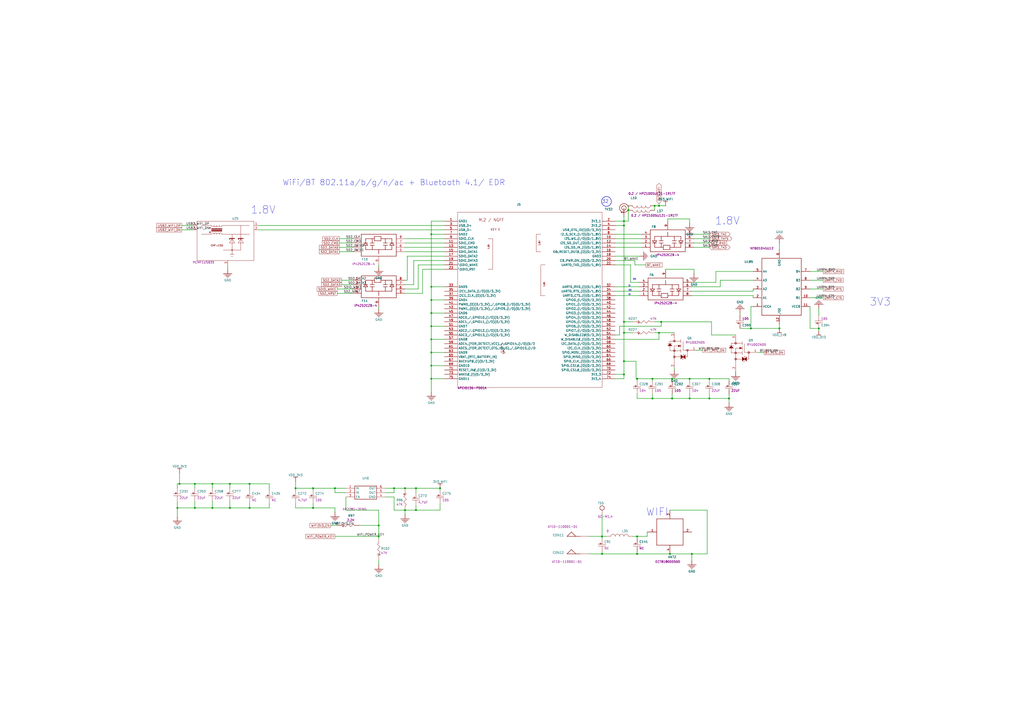
<source format=kicad_sch>
(kicad_sch (version 20241004) (generator "eeschema") (generator_version "8.99")
  (paper "A2")
  (title_block (title "Librem 5 Mainboard") (date "2024-03-21") (rev "v1.0.6.1") (company "Purism SPC") (comment 1 "GNU GPLv3+") (comment 2 "Copyright"))
  (circle (center 351.79 116.84) (radius 2.845) (stroke (width 0.254)))
  (text "DO" (at 364.49 168.91 0) (effects (font (size 0.889 0.889)) (justify left bottom)))
  (text "1.8V" (at 160.02 124.46 0) (effects (font (size 4.445 4.445)) (justify right bottom)))
  (text "3V3" (at 516.89 177.8 0) (effects (font (size 4.445 4.445)) (justify right bottom)))
  (text "1.8V" (at 429.26 130.81 0) (effects (font (size 4.445 4.445)) (justify right bottom)))
  (text "WIFI" (at 374.65 299.72 0) (effects (font (size 4.445 4.445)) (justify left bottom)))
  (text "WiFi/BT 802.11a/b/g/n/ac + Bluetooth 4.1/ EDR" (at 163.83 107.95 0) (effects (font (size 3.302 3.302)) (justify left bottom)))
  (text "DO" (at 367.03 162.56 0) (effects (font (size 0.889 0.889)) (justify left bottom)))
  (text "DI" (at 364.49 171.45 0) (effects (font (size 0.889 0.889)) (justify left bottom)))
  (text "32" (at 349.25 118.11 0) (effects (font (size 1.905 1.905)) (justify left bottom)))
  (text "DI" (at 364.49 166.37 0) (effects (font (size 0.889 0.889)) (justify left bottom)))
  (junction (at 349.25 311.15))
  (junction (at 255.27 283.21))
  (junction (at 250.19 173.99))
  (junction (at 400.05 219.71))
  (junction (at 241.3 283.21))
  (junction (at 250.19 204.47))
  (junction (at 144.78 280.67))
  (junction (at 123.19 294.64))
  (junction (at 361.95 130.81))
  (junction (at 181.61 283.21))
  (junction (at 435.61 190.5))
  (junction (at 369.57 321.31))
  (junction (at 219.71 304.8))
  (junction (at 378.46 231.14))
  (junction (at 389.89 231.14))
  (junction (at 171.45 283.21))
  (junction (at 349.25 321.31))
  (junction (at 123.19 280.67))
  (junction (at 364.49 121.92))
  (junction (at 250.19 181.61))
  (junction (at 474.98 190.5))
  (junction (at 250.19 166.37))
  (junction (at 250.19 219.71))
  (junction (at 113.03 294.64))
  (junction (at 250.19 135.89))
  (junction (at 383.54 186.69))
  (junction (at 241.3 295.91))
  (junction (at 250.19 196.85))
  (junction (at 369.57 219.71))
  (junction (at 234.95 283.21))
  (junction (at 144.78 294.64))
  (junction (at 361.95 209.55))
  (junction (at 250.19 212.09))
  (junction (at 234.95 295.91))
  (junction (at 422.91 231.14))
  (junction (at 133.35 294.64))
  (junction (at 113.03 280.67))
  (junction (at 361.95 217.17))
  (junction (at 400.05 231.14))
  (junction (at 133.35 280.67))
  (junction (at 379.73 119.38))
  (junction (at 219.71 311.15))
  (junction (at 369.57 311.15))
  (junction (at 181.61 294.64))
  (junction (at 388.62 321.31))
  (junction (at 228.6 283.21))
  (junction (at 382.27 193.04))
  (junction (at 194.31 283.21))
  (junction (at 411.48 231.14))
  (junction (at 361.95 193.04))
  (junction (at 382.27 119.38))
  (junction (at 452.12 190.5))
  (junction (at 411.48 219.71))
  (junction (at 378.46 219.71))
  (junction (at 361.95 186.69))
  (junction (at 361.95 128.27))
  (junction (at 401.32 321.31))
  (junction (at 102.87 294.64))
  (junction (at 104.14 280.67))
  (junction (at 389.89 219.71))
  (junction (at 250.19 189.23))
  (wire (pts (xy 194.31 285.75) (xy 194.31 283.21)) (stroke (width 0.254)))
  (wire (pts (xy 255.27 295.91) (xy 241.3 295.91)) (stroke (width 0.254)))
  (wire (pts (xy 387.35 128.27) (xy 387.35 127)) (stroke (width 0.254)))
  (wire (pts (xy 369.57 220.98) (xy 369.57 219.71)) (stroke (width 0.254)))
  (wire (pts (xy 386.08 156.21) (xy 402.59 156.21)) (stroke (width 0.254)))
  (wire (pts (xy 204.47 165.1) (xy 198.12 165.1)) (stroke (width 0.254)))
  (wire (pts (xy 250.19 196.85) (xy 257.81 196.85)) (stroke (width 0.254)))
  (wire (pts (xy 410.21 321.31) (xy 401.32 321.31)) (stroke (width 0.254)))
  (wire (pts (xy 257.81 130.81) (xy 149.86 130.81)) (stroke (width 0.254)))
  (wire (pts (xy 389.89 220.98) (xy 389.89 219.71)) (stroke (width 0.254)))
  (wire (pts (xy 469.9 157.48) (xy 477.52 157.48)) (stroke (width 0.254)))
  (wire (pts (xy 375.412 311.15) (xy 375.412 308.61)) (stroke (width 0.254)))
  (wire (pts (xy 219.71 295.91) (xy 219.71 304.8)) (stroke (width 0.254)))
  (wire (pts (xy 245.11 170.18) (xy 234.95 170.18)) (stroke (width 0.254)))
  (wire (pts (xy 200.66 285.75) (xy 194.31 285.75)) (stroke (width 0.254)))
  (wire (pts (xy 234.95 138.43) (xy 257.81 138.43)) (stroke (width 0.254)))
  (wire (pts (xy 361.95 193.04) (xy 361.95 209.55)) (stroke (width 0.254)))
  (wire (pts (xy 133.35 290.83) (xy 133.35 294.64)) (stroke (width 0.254)))
  (wire (pts (xy 171.45 292.1) (xy 171.45 294.64)) (stroke (width 0.254)))
  (wire (pts (xy 415.29 157.48) (xy 436.88 157.48)) (stroke (width 0.254)))
  (wire (pts (xy 364.49 121.92) (xy 364.49 128.27)) (stroke (width 0.254)))
  (wire (pts (xy 204.47 170.18) (xy 195.58 170.18)) (stroke (width 0.254)))
  (wire (pts (xy 356.87 153.67) (xy 365.76 153.67)) (stroke (width 0.254)))
  (wire (pts (xy 361.95 130.81) (xy 361.95 186.69)) (stroke (width 0.254)))
  (wire (pts (xy 378.46 219.71) (xy 389.89 219.71)) (stroke (width 0.254)))
  (wire (pts (xy 171.45 284.48) (xy 171.45 283.21)) (stroke (width 0.254)))
  (wire (pts (xy 255.27 292.1) (xy 255.27 295.91)) (stroke (width 0.254)))
  (wire (pts (xy 113.03 280.67) (xy 123.19 280.67)) (stroke (width 0.254)))
  (wire (pts (xy 422.91 231.14) (xy 422.91 228.6)) (stroke (width 0.254)))
  (wire (pts (xy 436.88 171.45) (xy 436.88 172.72)) (stroke (width 0.254)))
  (wire (pts (xy 364.49 119.38) (xy 364.49 121.92)) (stroke (width 0.254)))
  (wire (pts (xy 102.87 280.67) (xy 102.87 283.21)) (stroke (width 0.254)))
  (wire (pts (xy 250.19 212.09) (xy 250.19 204.47)) (stroke (width 0.254)))
  (wire (pts (xy 379.73 119.38) (xy 382.27 119.38)) (stroke (width 0.254)))
  (wire (pts (xy 389.89 228.6) (xy 389.89 231.14)) (stroke (width 0.254)))
  (wire (pts (xy 144.78 294.64) (xy 156.21 294.64)) (stroke (width 0.254)))
  (wire (pts (xy 469.9 172.72) (xy 477.52 172.72)) (stroke (width 0.254)))
  (wire (pts (xy 361.95 219.71) (xy 361.95 217.17)) (stroke (width 0.254)))
  (wire (pts (xy 415.29 163.83) (xy 415.29 157.48)) (stroke (width 0.254)))
  (wire (pts (xy 219.71 304.8) (xy 208.28 304.8)) (stroke (width 0.254)))
  (wire (pts (xy 257.81 153.67) (xy 242.57 153.67)) (stroke (width 0.254)))
  (wire (pts (xy 379.73 193.04) (xy 382.27 193.04)) (stroke (width 0.254)))
  (wire (pts (xy 391.16 213.36) (xy 391.16 214.63)) (stroke (width 0.254)))
  (wire (pts (xy 356.87 171.45) (xy 370.84 171.45)) (stroke (width 0.254)))
  (wire (pts (xy 356.87 217.17) (xy 361.95 217.17)) (stroke (width 0.254)))
  (wire (pts (xy 401.32 321.31) (xy 401.32 325.12)) (stroke (width 0.254)))
  (wire (pts (xy 250.19 189.23) (xy 250.19 181.61)) (stroke (width 0.254)))
  (wire (pts (xy 250.19 166.37) (xy 257.81 166.37)) (stroke (width 0.254)))
  (wire (pts (xy 367.03 193.04) (xy 361.95 193.04)) (stroke (width 0.254)))
  (wire (pts (xy 382.27 119.38) (xy 386.08 119.38)) (stroke (width 0.254)))
  (wire (pts (xy 474.98 190.5) (xy 474.98 191.77)) (stroke (width 0.254)))
  (wire (pts (xy 369.57 321.31) (xy 388.62 321.31)) (stroke (width 0.254)))
  (wire (pts (xy 400.05 228.6) (xy 400.05 231.14)) (stroke (width 0.254)))
  (wire (pts (xy 144.78 292.1) (xy 144.78 294.64)) (stroke (width 0.254)))
  (wire (pts (xy 250.19 219.71) (xy 250.19 212.09)) (stroke (width 0.254)))
  (wire (pts (xy 257.81 151.13) (xy 240.03 151.13)) (stroke (width 0.254)))
  (wire (pts (xy 234.95 295.91) (xy 234.95 298.45)) (stroke (width 0.254)))
  (wire (pts (xy 372.11 138.43) (xy 356.87 138.43)) (stroke (width 0.254)))
  (wire (pts (xy 341.63 321.31) (xy 349.25 321.31)) (stroke (width 0.254)))
  (wire (pts (xy 181.61 292.1) (xy 181.61 294.64)) (stroke (width 0.254)))
  (wire (pts (xy 369.57 320.04) (xy 369.57 321.31)) (stroke (width 0.254)))
  (wire (pts (xy 113.03 294.64) (xy 123.19 294.64)) (stroke (width 0.254)))
  (wire (pts (xy 435.61 190.5) (xy 429.26 190.5)) (stroke (width 0.254)))
  (wire (pts (xy 356.87 148.59) (xy 370.84 148.59)) (stroke (width 0.254)))
  (wire (pts (xy 387.35 127) (xy 400.05 127)) (stroke (width 0.254)))
  (wire (pts (xy 359.41 189.23) (xy 383.54 189.23)) (stroke (width 0.254)))
  (wire (pts (xy 349.25 321.31) (xy 369.57 321.31)) (stroke (width 0.254)))
  (wire (pts (xy 133.35 294.64) (xy 144.78 294.64)) (stroke (width 0.254)))
  (wire (pts (xy 402.59 138.43) (xy 411.48 138.43)) (stroke (width 0.254)))
  (wire (pts (xy 200.66 295.91) (xy 219.71 295.91)) (stroke (width 0.254)))
  (wire (pts (xy 113.03 294.64) (xy 113.03 290.83)) (stroke (width 0.254)))
  (wire (pts (xy 257.81 133.35) (xy 149.86 133.35)) (stroke (width 0.254)))
  (wire (pts (xy 156.21 280.67) (xy 144.78 280.67)) (stroke (width 0.254)))
  (wire (pts (xy 379.73 186.69) (xy 383.54 186.69)) (stroke (width 0.254)))
  (wire (pts (xy 412.75 186.69) (xy 412.75 194.31)) (stroke (width 0.254)))
  (wire (pts (xy 401.32 168.91) (xy 436.88 168.91)) (stroke (width 0.254)))
  (wire (pts (xy 361.95 125.73) (xy 361.95 128.27)) (stroke (width 0.254)))
  (wire (pts (xy 123.19 283.21) (xy 123.19 280.67)) (stroke (width 0.254)))
  (wire (pts (xy 351.79 311.15) (xy 349.25 311.15)) (stroke (width 0.254)))
  (wire (pts (xy 228.6 283.21) (xy 234.95 283.21)) (stroke (width 0.254)))
  (wire (pts (xy 388.62 295.91) (xy 410.21 295.91)) (stroke (width 0.254)))
  (wire (pts (xy 223.52 288.29) (xy 228.6 288.29)) (stroke (width 0.254)))
  (wire (pts (xy 111.76 130.81) (xy 105.41 130.81)) (stroke (width 0.254)))
  (wire (pts (xy 171.45 283.21) (xy 171.45 279.4)) (stroke (width 0.254)))
  (wire (pts (xy 474.98 182.88) (xy 474.98 179.07)) (stroke (width 0.254)))
  (wire (pts (xy 436.88 177.8) (xy 435.61 177.8)) (stroke (width 0.254)))
  (wire (pts (xy 401.32 166.37) (xy 417.83 166.37)) (stroke (width 0.254)))
  (wire (pts (xy 411.48 219.71) (xy 422.91 219.71)) (stroke (width 0.254)))
  (wire (pts (xy 356.87 128.27) (xy 361.95 128.27)) (stroke (width 0.254)))
  (wire (pts (xy 383.54 186.69) (xy 412.75 186.69)) (stroke (width 0.254)))
  (wire (pts (xy 356.87 151.13) (xy 368.3 151.13)) (stroke (width 0.254)))
  (wire (pts (xy 223.52 283.21) (xy 228.6 283.21)) (stroke (width 0.254)))
  (wire (pts (xy 204.47 146.05) (xy 196.85 146.05)) (stroke (width 0.254)))
  (wire (pts (xy 417.83 166.37) (xy 417.83 162.56)) (stroke (width 0.254)))
  (wire (pts (xy 228.6 285.75) (xy 228.6 283.21)) (stroke (width 0.254)))
  (wire (pts (xy 241.3 295.91) (xy 234.95 295.91)) (stroke (width 0.254)))
  (wire (pts (xy 245.11 156.21) (xy 245.11 170.18)) (stroke (width 0.254)))
  (wire (pts (xy 241.3 293.37) (xy 241.3 295.91)) (stroke (width 0.254)))
  (wire (pts (xy 219.71 177.8) (xy 219.71 179.07)) (stroke (width 0.254)))
  (wire (pts (xy 133.35 280.67) (xy 144.78 280.67)) (stroke (width 0.254)))
  (wire (pts (xy 356.87 196.85) (xy 382.27 196.85)) (stroke (width 0.254)))
  (wire (pts (xy 194.31 294.64) (xy 194.31 297.18)) (stroke (width 0.254)))
  (wire (pts (xy 194.31 283.21) (xy 181.61 283.21)) (stroke (width 0.254)))
  (wire (pts (xy 204.47 167.64) (xy 195.58 167.64)) (stroke (width 0.254)))
  (wire (pts (xy 102.87 294.64) (xy 102.87 299.72)) (stroke (width 0.254)))
  (wire (pts (xy 372.11 143.51) (xy 356.87 143.51)) (stroke (width 0.254)))
  (wire (pts (xy 402.59 156.21) (xy 402.59 158.75)) (stroke (width 0.254)))
  (wire (pts (xy 375.412 308.61) (xy 375.92 308.61)) (stroke (width 0.254)))
  (wire (pts (xy 204.47 162.56) (xy 198.12 162.56)) (stroke (width 0.254)))
  (wire (pts (xy 257.81 156.21) (xy 245.11 156.21)) (stroke (width 0.254)))
  (wire (pts (xy 195.58 304.8) (xy 191.77 304.8)) (stroke (width 0.254)))
  (wire (pts (xy 452.12 144.78) (xy 452.12 140.97)) (stroke (width 0.254)))
  (wire (pts (xy 403.86 203.2) (xy 407.67 203.2)) (stroke (width 0.254)))
  (wire (pts (xy 356.87 194.31) (xy 359.41 194.31)) (stroke (width 0.254)))
  (wire (pts (xy 452.12 187.96) (xy 452.12 190.5)) (stroke (width 0.254)))
  (wire (pts (xy 411.48 220.98) (xy 411.48 219.71)) (stroke (width 0.254)))
  (wire (pts (xy 429.26 182.88) (xy 429.26 181.61)) (stroke (width 0.254)))
  (wire (pts (xy 228.6 295.91) (xy 234.95 295.91)) (stroke (width 0.254)))
  (wire (pts (xy 242.57 153.67) (xy 242.57 167.64)) (stroke (width 0.254)))
  (wire (pts (xy 372.11 140.97) (xy 356.87 140.97)) (stroke (width 0.254)))
  (wire (pts (xy 219.71 311.15) (xy 194.31 311.15)) (stroke (width 0.254)))
  (wire (pts (xy 250.19 196.85) (xy 250.19 189.23)) (stroke (width 0.254)))
  (wire (pts (xy 241.3 285.75) (xy 241.3 283.21)) (stroke (width 0.254)))
  (wire (pts (xy 234.95 140.97) (xy 257.81 140.97)) (stroke (width 0.254)))
  (wire (pts (xy 382.27 118.11) (xy 382.27 119.38)) (stroke (width 0.254)))
  (wire (pts (xy 389.89 219.71) (xy 400.05 219.71)) (stroke (width 0.254)))
  (wire (pts (xy 181.61 294.64) (xy 194.31 294.64)) (stroke (width 0.254)))
  (wire (pts (xy 412.75 194.31) (xy 426.72 194.31)) (stroke (width 0.254)))
  (wire (pts (xy 383.54 189.23) (xy 383.54 186.69)) (stroke (width 0.254)))
  (wire (pts (xy 382.27 193.04) (xy 391.16 193.04)) (stroke (width 0.254)))
  (wire (pts (xy 228.6 288.29) (xy 228.6 295.91)) (stroke (width 0.254)))
  (wire (pts (xy 250.19 212.09) (xy 257.81 212.09)) (stroke (width 0.254)))
  (wire (pts (xy 388.62 321.31) (xy 401.32 321.31)) (stroke (width 0.254)))
  (wire (pts (xy 250.19 135.89) (xy 257.81 135.89)) (stroke (width 0.254)))
  (wire (pts (xy 378.46 231.14) (xy 389.89 231.14)) (stroke (width 0.254)))
  (wire (pts (xy 422.91 219.71) (xy 422.91 220.98)) (stroke (width 0.254)))
  (wire (pts (xy 133.35 283.21) (xy 133.35 280.67)) (stroke (width 0.254)))
  (wire (pts (xy 402.59 140.97) (xy 411.48 140.97)) (stroke (width 0.254)))
  (wire (pts (xy 156.21 294.64) (xy 156.21 292.1)) (stroke (width 0.254)))
  (wire (pts (xy 369.57 311.15) (xy 375.412 311.15)) (stroke (width 0.254)))
  (wire (pts (xy 356.87 219.71) (xy 361.95 219.71)) (stroke (width 0.254)))
  (wire (pts (xy 356.87 166.37) (xy 370.84 166.37)) (stroke (width 0.254)))
  (wire (pts (xy 204.47 140.97) (xy 196.85 140.97)) (stroke (width 0.254)))
  (wire (pts (xy 250.19 135.89) (xy 250.19 128.27)) (stroke (width 0.254)))
  (wire (pts (xy 400.05 127) (xy 400.05 129.54)) (stroke (width 0.254)))
  (wire (pts (xy 234.95 146.05) (xy 257.81 146.05)) (stroke (width 0.254)))
  (wire (pts (xy 132.08 153.67) (xy 132.08 156.21)) (stroke (width 0.254)))
  (wire (pts (xy 411.48 231.14) (xy 422.91 231.14)) (stroke (width 0.254)))
  (wire (pts (xy 349.25 311.15) (xy 341.63 311.15)) (stroke (width 0.254)))
  (wire (pts (xy 435.61 177.8) (xy 435.61 190.5)) (stroke (width 0.254)))
  (wire (pts (xy 361.95 128.27) (xy 364.49 128.27)) (stroke (width 0.254)))
  (wire (pts (xy 469.9 190.5) (xy 474.98 190.5)) (stroke (width 0.254)))
  (wire (pts (xy 367.03 186.69) (xy 361.95 186.69)) (stroke (width 0.254)))
  (wire (pts (xy 469.9 167.64) (xy 477.52 167.64)) (stroke (width 0.254)))
  (wire (pts (xy 104.14 274.32) (xy 104.14 280.67)) (stroke (width 0.254)))
  (wire (pts (xy 204.47 143.51) (xy 196.85 143.51)) (stroke (width 0.254)))
  (wire (pts (xy 223.52 285.75) (xy 228.6 285.75)) (stroke (width 0.254)))
  (wire (pts (xy 200.66 288.29) (xy 200.66 295.91)) (stroke (width 0.254)))
  (wire (pts (xy 236.22 162.56) (xy 234.95 162.56)) (stroke (width 0.254)))
  (wire (pts (xy 250.19 189.23) (xy 257.81 189.23)) (stroke (width 0.254)))
  (wire (pts (xy 250.19 204.47) (xy 257.81 204.47)) (stroke (width 0.254)))
  (wire (pts (xy 144.78 280.67) (xy 144.78 284.48)) (stroke (width 0.254)))
  (wire (pts (xy 361.95 186.69) (xy 361.95 193.04)) (stroke (width 0.254)))
  (wire (pts (xy 410.21 295.91) (xy 410.21 321.31)) (stroke (width 0.254)))
  (wire (pts (xy 219.71 153.67) (xy 219.71 154.94)) (stroke (width 0.254)))
  (wire (pts (xy 356.87 168.91) (xy 370.84 168.91)) (stroke (width 0.254)))
  (wire (pts (xy 123.19 280.67) (xy 133.35 280.67)) (stroke (width 0.254)))
  (wire (pts (xy 200.66 283.21) (xy 194.31 283.21)) (stroke (width 0.254)))
  (wire (pts (xy 236.22 148.59) (xy 236.22 162.56)) (stroke (width 0.254)))
  (wire (pts (xy 379.73 121.92) (xy 379.73 119.38)) (stroke (width 0.254)))
  (wire (pts (xy 469.9 162.56) (xy 477.52 162.56)) (stroke (width 0.254)))
  (wire (pts (xy 219.71 312.42) (xy 219.71 311.15)) (stroke (width 0.254)))
  (wire (pts (xy 250.19 173.99) (xy 257.81 173.99)) (stroke (width 0.254)))
  (wire (pts (xy 204.47 138.43) (xy 196.85 138.43)) (stroke (width 0.254)))
  (wire (pts (xy 452.12 190.5) (xy 435.61 190.5)) (stroke (width 0.254)))
  (wire (pts (xy 123.19 294.64) (xy 133.35 294.64)) (stroke (width 0.254)))
  (wire (pts (xy 359.41 194.31) (xy 359.41 189.23)) (stroke (width 0.254)))
  (wire (pts (xy 361.95 217.17) (xy 361.95 209.55)) (stroke (width 0.254)))
  (wire (pts (xy 242.57 167.64) (xy 234.95 167.64)) (stroke (width 0.254)))
  (wire (pts (xy 349.25 312.42) (xy 349.25 311.15)) (stroke (width 0.254)))
  (wire (pts (xy 250.19 219.71) (xy 257.81 219.71)) (stroke (width 0.254)))
  (wire (pts (xy 365.76 163.83) (xy 370.84 163.83)) (stroke (width 0.254)))
  (wire (pts (xy 411.48 228.6) (xy 411.48 231.14)) (stroke (width 0.254)))
  (wire (pts (xy 369.57 228.6) (xy 369.57 231.14)) (stroke (width 0.254)))
  (wire (pts (xy 368.96 219.71) (xy 368.96 209.55)) (stroke (width 0.254)))
  (wire (pts (xy 250.19 204.47) (xy 250.19 196.85)) (stroke (width 0.254)))
  (wire (pts (xy 378.46 228.6) (xy 378.46 231.14)) (stroke (width 0.254)))
  (wire (pts (xy 102.87 290.83) (xy 102.87 294.64)) (stroke (width 0.254)))
  (wire (pts (xy 171.45 283.21) (xy 181.61 283.21)) (stroke (width 0.254)))
  (wire (pts (xy 250.19 128.27) (xy 257.81 128.27)) (stroke (width 0.254)))
  (wire (pts (xy 104.14 280.67) (xy 113.03 280.67)) (stroke (width 0.254)))
  (wire (pts (xy 250.19 227.33) (xy 250.19 219.71)) (stroke (width 0.254)))
  (wire (pts (xy 356.87 130.81) (xy 361.95 130.81)) (stroke (width 0.254)))
  (wire (pts (xy 255.27 284.48) (xy 255.27 283.21)) (stroke (width 0.254)))
  (wire (pts (xy 181.61 283.21) (xy 181.61 284.48)) (stroke (width 0.254)))
  (wire (pts (xy 368.96 209.55) (xy 361.95 209.55)) (stroke (width 0.254)))
  (wire (pts (xy 469.9 177.8) (xy 469.9 190.5)) (stroke (width 0.254)))
  (wire (pts (xy 426.72 214.63) (xy 426.72 215.9)) (stroke (width 0.254)))
  (wire (pts (xy 382.27 196.85) (xy 382.27 193.04)) (stroke (width 0.254)))
  (wire (pts (xy 365.76 153.67) (xy 365.76 163.83)) (stroke (width 0.254)))
  (wire (pts (xy 171.45 294.64) (xy 181.61 294.64)) (stroke (width 0.254)))
  (wire (pts (xy 257.81 148.59) (xy 236.22 148.59)) (stroke (width 0.254)))
  (wire (pts (xy 389.89 231.14) (xy 400.05 231.14)) (stroke (width 0.254)))
  (wire (pts (xy 349.25 298.45) (xy 349.25 311.15)) (stroke (width 0.254)))
  (wire (pts (xy 241.3 283.21) (xy 255.27 283.21)) (stroke (width 0.254)))
  (wire (pts (xy 361.95 130.81) (xy 361.95 128.27)) (stroke (width 0.254)))
  (wire (pts (xy 104.14 280.67) (xy 102.87 280.67)) (stroke (width 0.254)))
  (wire (pts (xy 240.03 165.1) (xy 234.95 165.1)) (stroke (width 0.254)))
  (wire (pts (xy 241.3 283.21) (xy 234.95 283.21)) (stroke (width 0.254)))
  (wire (pts (xy 240.03 151.13) (xy 240.03 165.1)) (stroke (width 0.254)))
  (wire (pts (xy 111.76 133.35) (xy 105.41 133.35)) (stroke (width 0.254)))
  (wire (pts (xy 250.19 181.61) (xy 250.19 173.99)) (stroke (width 0.254)))
  (wire (pts (xy 372.11 135.89) (xy 356.87 135.89)) (stroke (width 0.254)))
  (wire (pts (xy 401.32 163.83) (xy 415.29 163.83)) (stroke (width 0.254)))
  (wire (pts (xy 400.05 219.71) (xy 411.48 219.71)) (stroke (width 0.254)))
  (wire (pts (xy 417.83 162.56) (xy 436.88 162.56)) (stroke (width 0.254)))
  (wire (pts (xy 422.91 231.14) (xy 422.91 233.68)) (stroke (width 0.254)))
  (wire (pts (xy 369.57 219.71) (xy 368.96 219.71)) (stroke (width 0.254)))
  (wire (pts (xy 250.19 166.37) (xy 250.19 135.89)) (stroke (width 0.254)))
  (wire (pts (xy 234.95 143.51) (xy 257.81 143.51)) (stroke (width 0.254)))
  (wire (pts (xy 113.03 283.21) (xy 113.03 280.67)) (stroke (width 0.254)))
  (wire (pts (xy 219.71 325.12) (xy 219.71 327.66)) (stroke (width 0.254)))
  (wire (pts (xy 368.3 151.13) (xy 368.3 153.67)) (stroke (width 0.254)))
  (wire (pts (xy 156.21 284.48) (xy 156.21 280.67)) (stroke (width 0.254)))
  (wire (pts (xy 378.46 220.98) (xy 378.46 219.71)) (stroke (width 0.254)))
  (wire (pts (xy 369.57 231.14) (xy 378.46 231.14)) (stroke (width 0.254)))
  (wire (pts (xy 368.3 153.67) (xy 374.65 153.67)) (stroke (width 0.254)))
  (wire (pts (xy 400.05 220.98) (xy 400.05 219.71)) (stroke (width 0.254)))
  (wire (pts (xy 436.88 168.91) (xy 436.88 167.64)) (stroke (width 0.254)))
  (wire (pts (xy 402.59 143.51) (xy 411.48 143.51)) (stroke (width 0.254)))
  (wire (pts (xy 401.32 171.45) (xy 436.88 171.45)) (stroke (width 0.254)))
  (wire (pts (xy 349.25 320.04) (xy 349.25 321.31)) (stroke (width 0.254)))
  (wire (pts (xy 250.19 181.61) (xy 257.81 181.61)) (stroke (width 0.254)))
  (wire (pts (xy 367.03 311.15) (xy 369.57 311.15)) (stroke (width 0.254)))
  (wire (pts (xy 369.57 219.71) (xy 378.46 219.71)) (stroke (width 0.254)))
  (wire (pts (xy 123.19 290.83) (xy 123.19 294.64)) (stroke (width 0.254)))
  (wire (pts (xy 219.71 311.15) (xy 219.71 304.8)) (stroke (width 0.254)))
  (wire (pts (xy 402.59 135.89) (xy 411.48 135.89)) (stroke (width 0.254)))
  (wire (pts (xy 369.57 312.42) (xy 369.57 311.15)) (stroke (width 0.254)))
  (wire (pts (xy 102.87 294.64) (xy 113.03 294.64)) (stroke (width 0.254)))
  (wire (pts (xy 250.19 173.99) (xy 250.19 166.37)) (stroke (width 0.254)))
  (wire (pts (xy 439.42 204.47) (xy 443.23 204.47)) (stroke (width 0.254)))
  (wire (pts (xy 400.05 231.14) (xy 411.48 231.14)) (stroke (width 0.254)))
  (label "SD2_DATA1" (at 200.66 146.05 0))
  (label "WIFI_REG_ON" (at 405.13 203.2 0))
  (label "UART4_RTS" (at 473.71 167.64 0))
  (label "UART4_TXD" (at 473.71 162.56 0))
  (label "USB2_WIFI_DN" (at 107.95 133.35 0))
  (label "SDIO_WAKE" (at 199.39 167.64 0))
  (label "UART4_RXD" (at 473.71 157.48 0))
  (label "SD2_DATA2" (at 201.93 162.56 0))
  (label "UART4_CTS" (at 473.71 172.72 0))
  (label "SAI3_RXD" (at 407.67 140.97 0))
  (label "WIFI_POWER_KEY" (at 207.01 311.15 0))
  (label "BT_WAKE" (at 361.95 151.13 0))
  (label "SD2_DATA0" (at 200.66 143.51 0))
  (label "SAI3_TXFS" (at 407.67 138.43 0))
  (label "WIFI3V3_EN" (at 194.31 304.8 0))
  (label "SAI3_TXC" (at 407.67 135.89 0))
  (label "SAI3_TXD" (at 407.67 143.51 0))
  (label "SD2_CLK" (at 200.66 138.43 0))
  (label "USB2_WIFI_DP" (at 107.95 130.81 0))
  (label "BT_REG_ON" (at 440.69 204.47 0))
  (label "SD2_NRST" (at 199.39 170.18 0))
  (label "SD2_DATA3" (at 201.93 165.1 0))
  (label "SD2_CMD" (at 200.66 140.97 0))
  (global_label "SAI3_TXC" (shape bidirectional) (at 411.48 135.89 0) (property "Intersheetrefs" "${INTERSHEET_REFS}" (effects (hide yes))))
  (global_label "SD2_CLK" (shape passive) (at 196.85 138.43 180) (property "Intersheetrefs" "${INTERSHEET_REFS}" (effects (hide yes))))
  (global_label "BT_REG_ON" (shape passive) (at 443.23 204.47 0) (property "Intersheetrefs" "${INTERSHEET_REFS}" (effects (hide yes))))
  (global_label "WIFI3V3_EN" (shape passive) (at 191.77 304.8 180) (property "Intersheetrefs" "${INTERSHEET_REFS}" (effects (hide yes))))
  (global_label "SAI3_TXD" (shape bidirectional) (at 411.48 143.51 0) (property "Intersheetrefs" "${INTERSHEET_REFS}" (effects (hide yes))))
  (global_label "SAI3_RXD" (shape passive) (at 411.48 140.97 0) (property "Intersheetrefs" "${INTERSHEET_REFS}" (effects (hide yes))))
  (global_label "SD2_DATA1" (shape passive) (at 196.85 146.05 180) (property "Intersheetrefs" "${INTERSHEET_REFS}" (effects (hide yes))))
  (global_label "SAI3_TXFS" (shape bidirectional) (at 411.48 138.43 0) (property "Intersheetrefs" "${INTERSHEET_REFS}" (effects (hide yes))))
  (global_label "UART4_RTS" (shape passive) (at 477.52 167.64 0) (property "Intersheetrefs" "${INTERSHEET_REFS}" (effects (hide yes))))
  (global_label "UART4_TXD" (shape passive) (at 477.52 162.56 0) (property "Intersheetrefs" "${INTERSHEET_REFS}" (effects (hide yes))))
  (global_label "SD2_DATA2" (shape passive) (at 198.12 162.56 180) (property "Intersheetrefs" "${INTERSHEET_REFS}" (effects (hide yes))))
  (global_label "3V3_WIFI" (shape bidirectional) (at 382.27 118.11 90) (property "Intersheetrefs" "${INTERSHEET_REFS}" (effects (hide yes))))
  (global_label "WIFI_POWER_KEY" (shape passive) (at 194.31 311.15 180) (property "Intersheetrefs" "${INTERSHEET_REFS}" (effects (hide yes))))
  (global_label "UART4_RXD" (shape passive) (at 477.52 157.48 0) (property "Intersheetrefs" "${INTERSHEET_REFS}" (effects (hide yes))))
  (global_label "BT_WAKE" (shape passive) (at 374.65 153.67 0) (property "Intersheetrefs" "${INTERSHEET_REFS}" (effects (hide yes))))
  (global_label "USB2_WIFI_DP" (shape passive) (at 105.41 130.81 180) (property "Intersheetrefs" "${INTERSHEET_REFS}" (effects (hide yes))))
  (global_label "SDIO_WAKE" (shape passive) (at 195.58 167.64 180) (property "Intersheetrefs" "${INTERSHEET_REFS}" (effects (hide yes))))
  (global_label "SD2_NRST" (shape passive) (at 195.58 170.18 180) (property "Intersheetrefs" "${INTERSHEET_REFS}" (effects (hide yes))))
  (global_label "UART4_CTS" (shape passive) (at 477.52 172.72 0) (property "Intersheetrefs" "${INTERSHEET_REFS}" (effects (hide yes))))
  (global_label "USB2_WIFI_DN" (shape passive) (at 105.41 133.35 180) (property "Intersheetrefs" "${INTERSHEET_REFS}" (effects (hide yes))))
  (global_label "SD2_DATA0" (shape passive) (at 196.85 143.51 180) (property "Intersheetrefs" "${INTERSHEET_REFS}" (effects (hide yes))))
  (global_label "WIFI_REG_ON" (shape passive) (at 407.67 203.2 0) (property "Intersheetrefs" "${INTERSHEET_REFS}" (effects (hide yes))))
  (global_label "SD2_CMD" (shape passive) (at 196.85 140.97 180) (property "Intersheetrefs" "${INTERSHEET_REFS}" (effects (hide yes))))
  (global_label "SD2_DATA3" (shape passive) (at 198.12 165.1 180) (property "Intersheetrefs" "${INTERSHEET_REFS}" (effects (hide yes))))
  (symbol (lib_id "C-16_WIFI_BT:root_0_C0402") (at 142.24 289.56 0) (unit 1)
    (property "Reference" "C434" (at 146.05 287.02 0) (effects (justify left bottom)))
    (property "Value" "C0402" (effects (hide yes)))
    (property "Footprint" "CAP-0402" (effects (hide yes)))
    (property "PCB DECAL" "CAP-0402" (effects (hide yes)))
    (property "DESCRIPTION" "CAP CER 10uF 6V3 20% X5R 0402" (effects (hide yes)))
    (property "VOLTAGE" "6.3V" (effects (hide yes)))
    (property "VALUE" "NC" (at 146.05 290.83 0) (effects (justify left bottom)))
    (property "GEOMETRY.HEIGHT" "0.5MM" (effects (hide yes)))
    (property "PCB FOOTPRINT" "402" (effects (hide yes)))
  )
  (symbol (lib_id "C-16_WIFI_BT:GND") (at 219.71 179.07 0) (unit 1)
    (property "Reference" "#PWR?" (effects (hide yes)))
    (property "Value" "GND" (at 219.71 185.42 0))
  )
  (symbol (lib_id "C-16_WIFI_BT:root_0_ANT_CON1") (at 328.93 311.15 0) (unit 1)
    (property "Reference" "CON11" (at 323.85 311.15 0) (effects (justify bottom)))
    (property "Value" "ANT_CON1" (effects (hide yes)))
    (property "Footprint" "ANT_CON1" (effects (hide yes)))
    (property "PCB DECAL" "ANT_CON1" (effects (hide yes)))
    (property "GEOMETRY.HEIGHT" "1.0MM" (effects (hide yes)))
    (property "VALUE" "AT10-110001-01" (at 326.39 304.8 0) (effects (justify top)))
    (property "DESCRIPTION" "RF shrapnel,W=1.4mm,L=2.4mm,Hf=1.0¡À0.1mm,Hw=0.55mm µ¯Æ¬" (effects (hide yes)))
    (property "PCB FOOTPRINT" "2.4X1.4mm" (effects (hide yes)))
  )
  (symbol (lib_id "C-16_WIFI_BT:root_2_mirrored_C0201") (at 472.44 185.42 0) (unit 1)
    (property "Reference" "C394" (at 476.25 187.96 0) (effects (justify left top)))
    (property "Value" "C0201" (effects (hide yes)))
    (property "Footprint" "CAP-0201" (effects (hide yes)))
    (property "VOLTAGE" "6.3V" (effects (hide yes)))
    (property "DESCRIPTION" "CAP CER 1uF 6V3 20% X5R 0201" (effects (hide yes)))
    (property "PCB DECAL" "CAP-0201" (effects (hide yes)))
    (property "VALUE" "105" (at 476.25 184.15 0) (effects (justify left top)))
    (property "GEOMETRY.HEIGHT" "0.3MM" (effects (hide yes)))
    (property "PCB FOOTPRINT" "201" (effects (hide yes)))
  )
  (symbol (lib_id "C-16_WIFI_BT:root_0_C0201") (at 346.71 317.5 0) (unit 1)
    (property "Reference" "C91" (at 350.52 314.96 0) (effects (justify left bottom)))
    (property "Value" "C0201" (effects (hide yes)))
    (property "Footprint" "CAP-0201" (effects (hide yes)))
    (property "DESCRIPTION" "Z CAP CER 1uF 6V3 20% X5R 0201" (effects (hide yes)))
    (property "PCB DECAL" "CAP-0201" (effects (hide yes)))
    (property "VALUE" "NC" (at 350.52 318.77 0) (effects (justify left bottom)))
    (property "GEOMETRY.HEIGHT" "0.3MM" (effects (hide yes)))
    (property "PCB FOOTPRINT" "201" (effects (hide yes)))
  )
  (symbol (lib_id "C-16_WIFI_BT:root_0_FILTER_ESD_BUS4") (at 209.55 148.59 0) (unit 1)
    (property "Reference" "F10" (at 211.582 151.13 0) (effects (justify bottom)))
    (property "Value" "FILTER_ESD_BUS4" (effects (hide yes)))
    (property "Footprint" "FILTER-BUS4" (effects (hide yes)))
    (property "PCB DECAL" "FILTER-BUS4" (effects (hide yes)))
    (property "VALUE" "IP4252CZ8-4" (at 210.82 152.4 0) (effects (justify top)))
    (property "GEOMETRY.HEIGHT" "0.6mm" (effects (hide yes)))
    (property "PCB FOOTPRINT" "QFN8 1.35x1.7x0.55mm" (effects (hide yes)))
    (property "DESCRIPTION" "IC ESD Filter 40 ohm 12pF 4CH" (effects (hide yes)))
    (property "MFG_NAME" "NXP" (effects (hide yes)))
  )
  (symbol (lib_id "C-16_WIFI_BT:root_1_RES_2") (at 377.19 195.58 0) (unit 1)
    (property "Reference" "R227" (at 369.57 190.5 0) (effects (justify right top)))
    (property "Value" "RES_2" (effects (hide yes)))
    (property "Footprint" "RES-0201" (effects (hide yes)))
    (property "DESCRIPTION" "Resistor Chip 0201 47K Ohm 1/16W 1% RALEC" (effects (hide yes)))
    (property "PCB DECAL" "RES-0201" (effects (hide yes)))
    (property "VALUE" "47K" (at 381 190.5 0) (effects (justify right top)))
    (property "GEOMETRY.HEIGHT" "0.3MM" (effects (hide yes)))
    (property "PCB FOOTPRINT" "201" (effects (hide yes)))
  )
  (symbol (lib_id "C-16_WIFI_BT:root_0_C0603") (at 408.94 226.06 0) (unit 1)
    (property "Reference" "C308" (at 412.75 223.52 0) (effects (justify left bottom)))
    (property "Value" "C0603" (effects (hide yes)))
    (property "Footprint" "CAP-0603" (effects (hide yes)))
    (property "PCB DECAL" "CAP-0603" (effects (hide yes)))
    (property "DESCRIPTION" "CAP CER 22uF 6V3 20% X5R 0603" (effects (hide yes)))
    (property "VOLTAGE" "6.3V" (effects (hide yes)))
    (property "VALUE" "22UF" (at 412.75 227.33 0) (effects (justify left bottom)))
    (property "GEOMETRY.HEIGHT" "0.8MM" (effects (hide yes)))
    (property "PCB FOOTPRINT" "603" (effects (hide yes)))
  )
  (symbol (lib_id "C-16_WIFI_BT:GND") (at 219.71 154.94 0) (unit 1)
    (property "Reference" "#PWR?" (effects (hide yes)))
    (property "Value" "GND" (at 219.71 161.29 0))
  )
  (symbol (lib_id "C-16_WIFI_BT:GND") (at 370.84 148.59 90) (unit 1)
    (property "Reference" "#PWR?" (effects (hide yes)))
    (property "Value" "GND" (at 377.19 148.59 90) (effects (justify right)))
  )
  (symbol (lib_id "C-16_WIFI_BT:GND") (at 452.12 140.97 180) (unit 1)
    (property "Reference" "#PWR?" (effects (hide yes)))
    (property "Value" "GND" (at 452.12 134.62 0))
  )
  (symbol (lib_id "C-16_WIFI_BT:GND") (at 102.87 299.72 0) (unit 1)
    (property "Reference" "#PWR?" (effects (hide yes)))
    (property "Value" "GND" (at 102.87 306.07 0))
  )
  (symbol (lib_id "C-16_WIFI_BT:GND") (at 194.31 297.18 0) (unit 1)
    (property "Reference" "#PWR?" (effects (hide yes)))
    (property "Value" "GND" (at 194.31 303.53 0))
  )
  (symbol (lib_id "C-16_WIFI_BT:VDD_1V8") (at 452.12 190.5 0) (unit 1)
    (property "Reference" "#PWR?" (effects (hide yes)))
    (property "Value" "VDD_1V8" (at 452.12 194.31 0))
  )
  (symbol (lib_id "C-16_WIFI_BT:GND") (at 219.71 327.66 0) (unit 1)
    (property "Reference" "#PWR?" (effects (hide yes)))
    (property "Value" "GND" (at 219.71 334.01 0))
  )
  (symbol (lib_id "C-16_WIFI_BT:root_0_C0603") (at 120.65 288.29 0) (unit 1)
    (property "Reference" "C258" (at 124.46 285.75 0) (effects (justify left bottom)))
    (property "Value" "C0603" (effects (hide yes)))
    (property "Footprint" "CAP-0603" (effects (hide yes)))
    (property "PCB FOOTPRINT" "603" (effects (hide yes)))
    (property "GEOMETRY.HEIGHT" "0.8MM" (effects (hide yes)))
    (property "VALUE" "22UF" (at 124.46 289.56 0) (effects (justify left bottom)))
    (property "VOLTAGE" "6.3V" (effects (hide yes)))
    (property "DESCRIPTION" "CAP CER 22uF 6V3 20% X5R 0603" (effects (hide yes)))
    (property "PCB DECAL" "CAP-0603" (effects (hide yes)))
  )
  (symbol (lib_id "C-16_WIFI_BT:GND") (at 422.91 233.68 0) (unit 1)
    (property "Reference" "#PWR?" (effects (hide yes)))
    (property "Value" "GND" (at 422.91 240.03 0))
  )
  (symbol (lib_id "C-16_WIFI_BT:root_0_C0201") (at 375.92 226.06 0) (unit 1)
    (property "Reference" "C291" (at 379.73 223.52 0) (effects (justify left bottom)))
    (property "Value" "C0201" (effects (hide yes)))
    (property "Footprint" "CAP-0201" (effects (hide yes)))
    (property "VOLTAGE" "6.3V" (effects (hide yes)))
    (property "DESCRIPTION" "CAP CER 1uF 6V3 20% X5R 0201" (effects (hide yes)))
    (property "PCB DECAL" "CAP-0201" (effects (hide yes)))
    (property "VALUE" "105" (at 379.73 227.33 0) (effects (justify left bottom)))
    (property "GEOMETRY.HEIGHT" "0.3MM" (effects (hide yes)))
    (property "PCB FOOTPRINT" "201" (effects (hide yes)))
  )
  (symbol (lib_id "C-16_WIFI_BT:VDD_3V3") (at 104.14 274.32 180) (unit 1)
    (property "Reference" "#PWR?" (effects (hide yes)))
    (property "Value" "VDD_3V3" (at 104.14 270.51 0))
  )
  (symbol (lib_id "C-16_WIFI_BT:GND") (at 474.98 179.07 180) (unit 1)
    (property "Reference" "#PWR?" (effects (hide yes)))
    (property "Value" "GND" (at 474.98 172.72 0))
  )
  (symbol (lib_id "C-16_WIFI_BT:GND") (at 429.26 181.61 180) (unit 1)
    (property "Reference" "#PWR?" (effects (hide yes)))
    (property "Value" "GND" (at 429.26 175.26 0))
  )
  (symbol (lib_id "C-16_WIFI_BT:root_0_RES_2") (at 232.41 293.37 0) (unit 1)
    (property "Reference" "R96" (at 229.87 290.83 0) (effects (justify left bottom)))
    (property "Value" "RES_2" (effects (hide yes)))
    (property "Footprint" "RES-0201" (effects (hide yes)))
    (property "DESCRIPTION" "Resistor Chip 0201 47K Ohm 1/16W 1% RALEC" (effects (hide yes)))
    (property "PCB DECAL" "RES-0201" (effects (hide yes)))
    (property "VALUE" "47K" (at 229.87 293.37 0) (effects (justify left bottom)))
    (property "GEOMETRY.HEIGHT" "0.3MM" (effects (hide yes)))
    (property "PCB FOOTPRINT" "201" (effects (hide yes)))
  )
  (symbol (lib_id "C-16_WIFI_BT:root_1_mirrored_TEST-POINT") (at 361.95 120.65 0) (unit 1)
    (property "Reference" "TV32" (at 353.06 120.65 0) (effects (justify top)))
    (property "Value" "TEST-POINT" (effects (hide yes)))
    (property "Footprint" "SIP-1PE" (effects (hide yes)))
    (property "PCB DECAL" "SIP-1PE" (effects (hide yes)))
    (property "VALUE" "M3" (effects (hide yes)))
    (property "GEOMETRY.HEIGHT" "0.1MM" (effects (hide yes)))
    (property "DESCRIPTION" "Z" (effects (hide yes)))
  )
  (symbol (lib_id "C-16_WIFI_BT:root_0_SC-M1.4") (at 346.71 295.91 0) (unit 1)
    (property "Reference" "TS5" (at 346.71 292.608 0) (effects (justify left bottom)))
    (property "Value" "SC-M1.4" (effects (hide yes)))
    (property "Footprint" "SC-M1.4" (effects (hide yes)))
    (property "PCB DECAL" "SC-M1.4" (effects (hide yes)))
    (property "DESCRIPTION" "Z" (effects (hide yes)))
    (property "VALUE" "SC-M1.4" (at 346.71 298.958 0) (effects (justify left top)))
  )
  (symbol (lib_id "C-16_WIFI_BT:GND") (at 401.32 325.12 0) (unit 1)
    (property "Reference" "#PWR?" (effects (hide yes)))
    (property "Value" "GND" (at 401.32 331.47 0))
  )
  (symbol (lib_id "C-16_WIFI_BT:root_0_C0603") (at 130.81 288.29 0) (unit 1)
    (property "Reference" "C277" (at 134.62 285.75 0) (effects (justify left bottom)))
    (property "Value" "C0603" (effects (hide yes)))
    (property "Footprint" "CAP-0603" (effects (hide yes)))
    (property "PCB FOOTPRINT" "603" (effects (hide yes)))
    (property "GEOMETRY.HEIGHT" "1.0MM" (effects (hide yes)))
    (property "VALUE" "22UF" (at 134.62 289.56 0) (effects (justify left bottom)))
    (property "VOLTAGE" "6.3V" (effects (hide yes)))
    (property "DESCRIPTION" "CAP CER 22uF 6V3 20% X5R 0603" (effects (hide yes)))
    (property "PCB DECAL" "CAP-0603" (effects (hide yes)))
  )
  (symbol (lib_id "C-16_WIFI_BT:root_0_APEX2X2") (at 381 316.23 0) (unit 1)
    (property "Reference" "ANT2" (at 389.89 323.85 0) (effects (justify bottom)))
    (property "Value" "APEX2X2" (effects (hide yes)))
    (property "Footprint" "APEX-4" (effects (hide yes)))
    (property "PCB DECAL" "APEX-4" (effects (hide yes)))
    (property "DESCRIPTION" "CON  RF IV  2X2X0.6 Íâ¾¶1.5 ÄÚ¾¶0.45" (effects (hide yes)))
    (property "GEOMETRY.HEIGHT" "1.45MM" (effects (hide yes)))
    (property "MFG_NAME" "ECTµçÁ¬¾«ÃÜ" (effects (hide yes)))
    (property "PCB FOOTPRINT" "2X2MM" (effects (hide yes)))
    (property "VALUE" "ECT818000500" (at 387.35 325.12 0) (effects (justify top)))
  )
  (symbol (lib_id "C-16_WIFI_BT:root_0_C0201") (at 387.35 226.06 0) (unit 1)
    (property "Reference" "C292" (at 391.16 223.52 0) (effects (justify left bottom)))
    (property "Value" "C0201" (effects (hide yes)))
    (property "Footprint" "CAP-0201" (effects (hide yes)))
    (property "VOLTAGE" "6.3V" (effects (hide yes)))
    (property "DESCRIPTION" "CAP CER 1uF 6V3 20% X5R 0201" (effects (hide yes)))
    (property "PCB DECAL" "CAP-0201" (effects (hide yes)))
    (property "VALUE" "105" (at 391.16 227.33 0) (effects (justify left bottom)))
    (property "GEOMETRY.HEIGHT" "0.3MM" (effects (hide yes)))
    (property "PCB FOOTPRINT" "201" (effects (hide yes)))
  )
  (symbol (lib_id "C-16_WIFI_BT:root_0_mirrored_2SK3018") (at 436.88 212.09 0) (unit 1)
    (property "Reference" "Q9" (at 436.88 198.12 0) (effects (justify right bottom)))
    (property "Value" "2SK3018" (effects (hide yes)))
    (property "Footprint" "DTC123JUA" (effects (hide yes)))
    (property "DESCRIPTION" "TRAN NMOS SW 0.9V DRIVE 50V UMT3" (effects (hide yes)))
    (property "PCB DECAL" "DTC123JUA" (effects (hide yes)))
    (property "VALUE" "RYU002N05" (at 444.5 200.66 0) (effects (justify right bottom)))
    (property "GEOMETRY.HEIGHT" "1.0MM" (effects (hide yes)))
    (property "PCB FOOTPRINT" "UMT3  2x2.1mm" (effects (hide yes)))
    (property "MFG_NAME" "ROHM" (effects (hide yes)))
  )
  (symbol (lib_id "C-16_WIFI_BT:root_0_C0201") (at 367.03 317.5 0) (unit 1)
    (property "Reference" "C141" (at 370.84 314.96 0) (effects (justify left bottom)))
    (property "Value" "C0201" (effects (hide yes)))
    (property "Footprint" "CAP-0201" (effects (hide yes)))
    (property "DESCRIPTION" "Z CAP CER 1uF 6V3 20% X5R 0201" (effects (hide yes)))
    (property "PCB DECAL" "CAP-0201" (effects (hide yes)))
    (property "VALUE" "NC" (at 370.84 318.77 0) (effects (justify left bottom)))
    (property "GEOMETRY.HEIGHT" "0.3MM" (effects (hide yes)))
    (property "PCB FOOTPRINT" "201" (effects (hide yes)))
  )
  (symbol (lib_id "C-16_WIFI_BT:GND") (at 132.08 156.21 0) (unit 1)
    (property "Reference" "#PWR?" (effects (hide yes)))
    (property "Value" "GND" (at 132.08 162.56 0))
  )
  (symbol (lib_id "C-16_WIFI_BT:GND") (at 426.72 215.9 0) (unit 1)
    (property "Reference" "#PWR?" (effects (hide yes)))
    (property "Value" "GND" (at 426.72 222.25 0))
  )
  (symbol (lib_id "C-16_WIFI_BT:GND") (at 250.19 227.33 0) (unit 1)
    (property "Reference" "#PWR?" (effects (hide yes)))
    (property "Value" "GND" (at 250.19 233.68 0))
  )
  (symbol (lib_id "C-16_WIFI_BT:root_2_mirrored_FILTER_ESD_BUS4") (at 375.92 161.29 0) (unit 1)
    (property "Reference" "F6" (at 377.952 158.75 0) (effects (justify top)))
    (property "Value" "FILTER_ESD_BUS4" (effects (hide yes)))
    (property "Footprint" "FILTER-BUS4" (effects (hide yes)))
    (property "PCB DECAL" "FILTER-BUS4" (effects (hide yes)))
    (property "VALUE" "IP4252CZ8-4" (at 386.08 176.53 0) (effects (justify bottom)))
    (property "GEOMETRY.HEIGHT" "0.6mm" (effects (hide yes)))
    (property "PCB FOOTPRINT" "QFN8 1.35x1.7x0.55mm" (effects (hide yes)))
    (property "DESCRIPTION" "IC ESD Filter 40 ohm 12pF 4CH" (effects (hide yes)))
    (property "MFG_NAME" "NXP" (effects (hide yes)))
  )
  (symbol (lib_id "C-16_WIFI_BT:root_0_C0402") (at 238.76 290.83 0) (unit 1)
    (property "Reference" "C273" (at 242.57 288.29 0) (effects (justify left bottom)))
    (property "Value" "C0402" (effects (hide yes)))
    (property "Footprint" "CAP-0402" (effects (hide yes)))
    (property "PCB DECAL" "CAP-0402" (effects (hide yes)))
    (property "DESCRIPTION" "CAP CER 4.7uF 6V3 20% X5R 0402" (effects (hide yes)))
    (property "VOLTAGE" "6.3V" (effects (hide yes)))
    (property "VALUE" "4.7UF" (at 242.57 292.1 0) (effects (justify left bottom)))
    (property "GEOMETRY.HEIGHT" "0.5MM" (effects (hide yes)))
    (property "PCB FOOTPRINT" "402" (effects (hide yes)))
  )
  (symbol (lib_id "C-16_WIFI_BT:root_3_BEAD-0402") (at 367.03 119.38 0) (unit 1)
    (property "Reference" "L37" (at 381 123.19 0) (effects (justify left bottom)))
    (property "Value" "BEAD-0402" (effects (hide yes)))
    (property "Footprint" "IND-0402" (effects (hide yes)))
    (property "PCB DECAL" "IND-0402" (effects (hide yes)))
    (property "DESCRIPTION" "Resistor Chip 0402 0.2 Ohm 1/16W 1% RALEC" (effects (hide yes)))
    (property "VALUE" "0.2 / HPZ1005U121-1R1TF" (at 379.73 125.73 0) (effects (justify bottom)))
    (property "GEOMETRY.HEIGHT" "0.5MM" (effects (hide yes)))
    (property "PCB FOOTPRINT" "402" (effects (hide yes)))
  )
  (symbol (lib_id "C-16_WIFI_BT:root_0_C0402") (at 153.67 289.56 0) (unit 1)
    (property "Reference" "C435" (at 157.48 287.02 0) (effects (justify left bottom)))
    (property "Value" "C0402" (effects (hide yes)))
    (property "Footprint" "CAP-0402" (effects (hide yes)))
    (property "PCB DECAL" "CAP-0402" (effects (hide yes)))
    (property "DESCRIPTION" "CAP CER 10uF 6V3 20% X5R 0402" (effects (hide yes)))
    (property "VOLTAGE" "6.3V" (effects (hide yes)))
    (property "VALUE" "NC" (at 157.48 290.83 0) (effects (justify left bottom)))
    (property "GEOMETRY.HEIGHT" "0.5MM" (effects (hide yes)))
    (property "PCB FOOTPRINT" "402" (effects (hide yes)))
  )
  (symbol (lib_id "C-16_WIFI_BT:GND") (at 400.05 129.54 0) (unit 1)
    (property "Reference" "#PWR?" (effects (hide yes)))
    (property "Value" "GND" (at 400.05 135.89 0))
  )
  (symbol (lib_id "C-16_WIFI_BT:root_3_BEAD-0402") (at 367.03 116.84 0) (unit 1)
    (property "Reference" "L10" (at 365.76 115.57 0) (effects (justify left bottom)))
    (property "Value" "BEAD-0402" (effects (hide yes)))
    (property "Footprint" "IND-0402" (effects (hide yes)))
    (property "PCB DECAL" "IND-0402" (effects (hide yes)))
    (property "DESCRIPTION" "Resistor Chip 0402 0.2 Ohm 1/16W 1% RALEC" (effects (hide yes)))
    (property "VALUE" "0.2 / HPZ1005U121-1R1TF" (at 364.49 113.03 0) (effects (justify left bottom)))
    (property "GEOMETRY.HEIGHT" "0.5MM" (effects (hide yes)))
    (property "PCB FOOTPRINT" "402" (effects (hide yes)))
  )
  (symbol (lib_id "C-16_WIFI_BT:GND") (at 391.16 214.63 0) (unit 1)
    (property "Reference" "#PWR?" (effects (hide yes)))
    (property "Value" "GND" (at 391.16 220.98 0))
  )
  (symbol (lib_id "C-16_WIFI_BT:root_0_C0201") (at 252.73 289.56 0) (unit 1)
    (property "Reference" "C275" (at 256.54 287.02 0) (effects (justify left bottom)))
    (property "Value" "C0201" (effects (hide yes)))
    (property "Footprint" "CAP-0201" (effects (hide yes)))
    (property "VOLTAGE" "6.3V" (effects (hide yes)))
    (property "DESCRIPTION" "CAP CER 1uF 6V3 20% X5R 0201" (effects (hide yes)))
    (property "PCB DECAL" "CAP-0201" (effects (hide yes)))
    (property "VALUE" "105" (at 256.54 290.83 0) (effects (justify left bottom)))
    (property "GEOMETRY.HEIGHT" "0.3MM" (effects (hide yes)))
    (property "PCB FOOTPRINT" "201" (effects (hide yes)))
  )
  (symbol (lib_id "C-16_WIFI_BT:root_0_mirrored_2SK3018") (at 401.32 210.82 0) (unit 1)
    (property "Reference" "Q6" (at 401.32 196.85 0) (effects (justify right bottom)))
    (property "Value" "2SK3018" (effects (hide yes)))
    (property "Footprint" "DTC123JUA" (effects (hide yes)))
    (property "DESCRIPTION" "TRAN NMOS SW 0.9V DRIVE 50V UMT3" (effects (hide yes)))
    (property "PCB DECAL" "DTC123JUA" (effects (hide yes)))
    (property "VALUE" "RYU002N05" (at 408.94 199.39 0) (effects (justify right bottom)))
    (property "GEOMETRY.HEIGHT" "1.0MM" (effects (hide yes)))
    (property "PCB FOOTPRINT" "UMT3  2x2.1mm" (effects (hide yes)))
    (property "MFG_NAME" "ROHM" (effects (hide yes)))
  )
  (symbol (lib_id "C-16_WIFI_BT:root_0_KEY_E") (at 265.43 224.79 0) (unit 1)
    (property "Reference" "J5" (at 299.72 119.38 0) (effects (justify left bottom)))
    (property "Value" "KEY_E" (effects (hide yes)))
    (property "Footprint" "KEY_E" (effects (hide yes)))
    (property "PCB DECAL" "KEY_E" (effects (hide yes)))
    (property "DESCRIPTION" "CON M.2 67PIN E-KEY 0.5mm; H4.8" (effects (hide yes)))
    (property "VALUE" "APCI0136-P001A" (at 265.43 225.806 0) (effects (justify left bottom)))
    (property "GEOMETRY.HEIGHT" "4.8mm" (effects (hide yes)))
    (property "MFG_NAME" "LOTES" (effects (hide yes)))
    (property "PCB FOOTPRINT" "H4.8mm" (effects (hide yes)))
    (property "SIGPIN75~" "GND" (effects (hide yes)))
    (property "SIGPIN76" "GND" (effects (hide yes)))
  )
  (symbol (lib_id "C-16_WIFI_BT:GND") (at 234.95 298.45 0) (unit 1)
    (property "Reference" "#PWR?" (effects (hide yes)))
    (property "Value" "GND" (at 234.95 304.8 0))
  )
  (symbol (lib_id "C-16_WIFI_BT:root_2_RES_2") (at 222.25 314.96 0) (unit 1)
    (property "Reference" "R102" (at 226.06 317.5 0) (effects (justify right top)))
    (property "Value" "RES_2" (effects (hide yes)))
    (property "Footprint" "RES-0201" (effects (hide yes)))
    (property "DESCRIPTION" "Resistor Chip 0201 47K Ohm 1/16W 1% RALEC" (effects (hide yes)))
    (property "PCB DECAL" "RES-0201" (effects (hide yes)))
    (property "VALUE" "47K" (at 224.79 320.04 0) (effects (justify right top)))
    (property "GEOMETRY.HEIGHT" "0.3MM" (effects (hide yes)))
    (property "PCB FOOTPRINT" "201" (effects (hide yes)))
  )
  (symbol (lib_id "C-16_WIFI_BT:3V3_WIFI") (at 386.08 119.38 180) (unit 1)
    (property "Reference" "#PWR?" (effects (hide yes)))
    (property "Value" "3V3_WIFI" (at 386.08 115.57 0))
  )
  (symbol (lib_id "C-16_WIFI_BT:root_0_ANT_CON1") (at 328.93 321.31 0) (unit 1)
    (property "Reference" "CON12" (at 323.85 321.31 0) (effects (justify bottom)))
    (property "Value" "ANT_CON1" (effects (hide yes)))
    (property "Footprint" "ANT_CON1" (effects (hide yes)))
    (property "PCB DECAL" "ANT_CON1" (effects (hide yes)))
    (property "GEOMETRY.HEIGHT" "0.9MM" (effects (hide yes)))
    (property "VALUE" "AT10-110001-01" (at 328.93 325.12 0) (effects (justify top)))
    (property "DESCRIPTION" "RF shrapnel,W=1.4mm,L=2.4mm,Hf=1.0¡À0.1mm,Hw=0.55mm µ¯Æ¬" (effects (hide yes)))
    (property "PCB FOOTPRINT" "3.5X1mm" (effects (hide yes)))
  )
  (symbol (lib_id "C-16_WIFI_BT:root_2_mirrored_FILTER_ESD_BUS4") (at 377.19 133.35 0) (unit 1)
    (property "Reference" "F8" (at 379.222 130.81 0) (effects (justify top)))
    (property "Value" "FILTER_ESD_BUS4" (effects (hide yes)))
    (property "Footprint" "FILTER-BUS4" (effects (hide yes)))
    (property "PCB DECAL" "FILTER-BUS4" (effects (hide yes)))
    (property "VALUE" "IP4252CZ8-4" (at 387.35 148.59 0) (effects (justify bottom)))
    (property "GEOMETRY.HEIGHT" "0.6mm" (effects (hide yes)))
    (property "PCB FOOTPRINT" "QFN8 1.35x1.7x0.55mm" (effects (hide yes)))
    (property "DESCRIPTION" "IC ESD Filter 40 ohm 12pF 4CH" (effects (hide yes)))
    (property "MFG_NAME" "NXP" (effects (hide yes)))
  )
  (symbol (lib_id "C-16_WIFI_BT:root_0_C0603") (at 100.33 288.29 0) (unit 1)
    (property "Reference" "C231" (at 104.14 285.75 0) (effects (justify left bottom)))
    (property "Value" "C0603" (effects (hide yes)))
    (property "Footprint" "CAP-0603" (effects (hide yes)))
    (property "PCB FOOTPRINT" "603" (effects (hide yes)))
    (property "GEOMETRY.HEIGHT" "0.8MM" (effects (hide yes)))
    (property "VALUE" "22UF" (at 104.14 289.56 0) (effects (justify left bottom)))
    (property "VOLTAGE" "6.3V" (effects (hide yes)))
    (property "DESCRIPTION" "CAP CER 22uF 6V3 20% X5R 0603" (effects (hide yes)))
    (property "PCB DECAL" "CAP-0603" (effects (hide yes)))
  )
  (symbol (lib_id "C-16_WIFI_BT:root_0_C0603") (at 420.37 226.06 0) (unit 1)
    (property "Reference" "C327" (at 424.18 223.52 0) (effects (justify left bottom)))
    (property "Value" "C0603" (effects (hide yes)))
    (property "Footprint" "CAP-0603" (effects (hide yes)))
    (property "PCB DECAL" "CAP-0603" (effects (hide yes)))
    (property "DESCRIPTION" "CAP CER 22uF 6V3 20% X5R 0603" (effects (hide yes)))
    (property "VOLTAGE" "6.3V" (effects (hide yes)))
    (property "VALUE" "22UF" (at 424.18 227.33 0) (effects (justify left bottom)))
    (property "GEOMETRY.HEIGHT" "0.8MM" (effects (hide yes)))
    (property "PCB FOOTPRINT" "603" (effects (hide yes)))
  )
  (symbol (lib_id "C-16_WIFI_BT:GND") (at 402.59 158.75 0) (unit 1)
    (property "Reference" "#PWR?" (effects (hide yes)))
    (property "Value" "GND" (at 402.59 165.1 0))
  )
  (symbol (lib_id "C-16_WIFI_BT:root_0_FILTER_ESD_BUS4") (at 209.55 172.72 0) (unit 1)
    (property "Reference" "F11" (at 211.582 175.26 0) (effects (justify bottom)))
    (property "Value" "FILTER_ESD_BUS4" (effects (hide yes)))
    (property "Footprint" "FILTER-BUS4" (effects (hide yes)))
    (property "PCB DECAL" "FILTER-BUS4" (effects (hide yes)))
    (property "VALUE" "IP4252CZ8-4" (at 212.09 176.53 0) (effects (justify top)))
    (property "GEOMETRY.HEIGHT" "0.6mm" (effects (hide yes)))
    (property "PCB FOOTPRINT" "QFN8 1.35x1.7x0.55mm" (effects (hide yes)))
    (property "DESCRIPTION" "IC ESD Filter 40 ohm 12pF 4CH" (effects (hide yes)))
    (property "MFG_NAME" "NXP" (effects (hide yes)))
  )
  (symbol (lib_id "C-16_WIFI_BT:root_0_C0603") (at 110.49 288.29 0) (unit 1)
    (property "Reference" "C253" (at 114.3 285.75 0) (effects (justify left bottom)))
    (property "Value" "C0603" (effects (hide yes)))
    (property "Footprint" "CAP-0603" (effects (hide yes)))
    (property "PCB FOOTPRINT" "603" (effects (hide yes)))
    (property "GEOMETRY.HEIGHT" "0.8MM" (effects (hide yes)))
    (property "VALUE" "22UF" (at 114.3 289.56 0) (effects (justify left bottom)))
    (property "VOLTAGE" "6.3V" (effects (hide yes)))
    (property "DESCRIPTION" "CAP CER 22uF 6V3 20% X5R 0603" (effects (hide yes)))
    (property "PCB DECAL" "CAP-0603" (effects (hide yes)))
  )
  (symbol (lib_id "C-16_WIFI_BT:root_2_mirrored_NTBA104_XQFN12") (at 441.96 149.86 0) (unit 1)
    (property "Reference" "U185" (at 434.34 151.13 0) (effects (justify top)))
    (property "Value" "NTBA104_XQFN12" (effects (hide yes)))
    (property "Footprint" "NTBA104_XQFN" (effects (hide yes)))
    (property "PCB DECAL" "NTBA104_XQFN" (effects (hide yes)))
    (property "VALUE" "NTB0104GU12" (at 441.96 144.78 0) (effects (justify bottom)))
    (property "DESCRIPTION" "IC Dual Supply Buffer  4BIT" (effects (hide yes)))
    (property "MFG_NAME" "NXP" (effects (hide yes)))
    (property "PCB FOOTPRINT" "1.7X2.0X0.5mm" (effects (hide yes)))
    (property "GEOMETRY.HEIGHT" "1MM" (effects (hide yes)))
  )
  (symbol (lib_id "C-16_WIFI_BT:root_0_C0201") (at 397.51 226.06 0) (unit 1)
    (property "Reference" "C307" (at 401.32 223.52 0) (effects (justify left bottom)))
    (property "Value" "C0201" (effects (hide yes)))
    (property "Footprint" "CAP-0201" (effects (hide yes)))
    (property "VOLTAGE" "6.3V" (effects (hide yes)))
    (property "DESCRIPTION" "CAP CER 0.1uF 6V3 20% X5R 0201" (effects (hide yes)))
    (property "PCB DECAL" "CAP-0201" (effects (hide yes)))
    (property "VALUE" "104" (at 401.32 227.33 0) (effects (justify left bottom)))
    (property "GEOMETRY.HEIGHT" "0.3MM" (effects (hide yes)))
    (property "PCB FOOTPRINT" "201" (effects (hide yes)))
  )
  (symbol (lib_id "C-16_WIFI_BT:root_0_C0201") (at 367.03 226.06 0) (unit 1)
    (property "Reference" "C328" (at 370.84 223.52 0) (effects (justify left bottom)))
    (property "Value" "C0201" (effects (hide yes)))
    (property "Footprint" "CAP-0201" (effects (hide yes)))
    (property "VOLTAGE" "6.3V" (effects (hide yes)))
    (property "DESCRIPTION" "CAP CER 0.1uF 6V3 20% X5R 0201" (effects (hide yes)))
    (property "PCB DECAL" "CAP-0201" (effects (hide yes)))
    (property "VALUE" "104" (at 370.84 227.33 0) (effects (justify left bottom)))
    (property "GEOMETRY.HEIGHT" "0.3MM" (effects (hide yes)))
    (property "PCB FOOTPRINT" "201" (effects (hide yes)))
  )
  (symbol (lib_id "C-16_WIFI_BT:root_0_C0201") (at 179.07 289.56 0) (unit 1)
    (property "Reference" "C274" (at 182.88 287.02 0) (effects (justify left bottom)))
    (property "Value" "C0201" (effects (hide yes)))
    (property "Footprint" "CAP-0201" (effects (hide yes)))
    (property "VOLTAGE" "6.3V" (effects (hide yes)))
    (property "DESCRIPTION" "CAP CER 1uF 6V3 20% X5R 0201" (effects (hide yes)))
    (property "PCB DECAL" "CAP-0201" (effects (hide yes)))
    (property "VALUE" "105" (at 182.88 290.83 0) (effects (justify left bottom)))
    (property "GEOMETRY.HEIGHT" "0.3MM" (effects (hide yes)))
    (property "PCB FOOTPRINT" "201" (effects (hide yes)))
  )
  (symbol (lib_id "C-16_WIFI_BT:root_0_mirrored_PCMF1USB3S_5P") (at 147.32 151.13 0) (unit 1)
    (property "Reference" "U25" (at 138.43 127.508 0) (effects (justify right bottom)))
    (property "Value" "PCMF1USB3S_5P" (effects (hide yes)))
    (property "Footprint" "WLCSP5" (effects (hide yes)))
    (property "DESCRIPTION" "IC EMI FILTER FOR DIFF CH W/ ESD PROTECTION 5V WLCSP5" (effects (hide yes)))
    (property "PCB DECAL" "WLCSP5" (effects (hide yes)))
    (property "VALUE" "PCMF1USB3S" (at 124.46 152.908 0) (effects (justify right bottom)))
    (property "GEOMETRY.HEIGHT" "0.6MM" (effects (hide yes)))
    (property "MFG_NAME" "NXP" (effects (hide yes)))
    (property "PCB FOOTPRINT" "WLCSP5 0.77x1.17x0.57mm" (effects (hide yes)))
  )
  (symbol (lib_id "C-16_WIFI_BT:root_2_mirrored_C0201") (at 426.72 185.42 0) (unit 1)
    (property "Reference" "C395" (at 430.53 187.96 0) (effects (justify left top)))
    (property "Value" "C0201" (effects (hide yes)))
    (property "Footprint" "CAP-0201" (effects (hide yes)))
    (property "VOLTAGE" "6.3V" (effects (hide yes)))
    (property "DESCRIPTION" "CAP CER 1uF 6V3 20% X5R 0201" (effects (hide yes)))
    (property "PCB DECAL" "CAP-0201" (effects (hide yes)))
    (property "VALUE" "105" (at 430.53 184.15 0) (effects (justify left top)))
    (property "GEOMETRY.HEIGHT" "0.3MM" (effects (hide yes)))
    (property "PCB FOOTPRINT" "201" (effects (hide yes)))
  )
  (symbol (lib_id "C-16_WIFI_BT:root_1_RES_2") (at 377.19 189.23 0) (unit 1)
    (property "Reference" "R237" (at 369.57 184.15 0) (effects (justify right top)))
    (property "Value" "RES_2" (effects (hide yes)))
    (property "Footprint" "RES-0201" (effects (hide yes)))
    (property "DESCRIPTION" "Resistor Chip 0201 47K Ohm 1/16W 1% RALEC" (effects (hide yes)))
    (property "PCB DECAL" "RES-0201" (effects (hide yes)))
    (property "VALUE" "47K" (at 381 184.15 0) (effects (justify right top)))
    (property "GEOMETRY.HEIGHT" "0.3MM" (effects (hide yes)))
    (property "PCB FOOTPRINT" "201" (effects (hide yes)))
  )
  (symbol (lib_id "C-16_WIFI_BT:VDD_3V3") (at 171.45 279.4 180) (unit 1)
    (property "Reference" "#PWR?" (effects (hide yes)))
    (property "Value" "VDD_3V3" (at 171.45 275.59 0))
  )
  (symbol (lib_id "C-16_WIFI_BT:3V3_WIFI") (at 255.27 283.21 180) (unit 1)
    (property "Reference" "#PWR?" (effects (hide yes)))
    (property "Value" "3V3_WIFI" (at 255.27 279.4 0))
  )
  (symbol (lib_id "C-16_WIFI_BT:VDD_3V3") (at 474.98 191.77 0) (unit 1)
    (property "Reference" "#PWR?" (effects (hide yes)))
    (property "Value" "VDD_3V3" (at 474.98 195.58 0))
  )
  (symbol (lib_id "C-16_WIFI_BT:root_1_RES_2") (at 205.74 307.34 0) (unit 1)
    (property "Reference" "R97" (at 205.74 298.45 0) (effects (justify right top)))
    (property "Value" "RES_2" (effects (hide yes)))
    (property "Footprint" "RES-0201" (effects (hide yes)))
    (property "DESCRIPTION" "Resistor Chip 0201 2.2K Ohm 1/16W 1% RALEC" (effects (hide yes)))
    (property "PCB DECAL" "RES-0201" (effects (hide yes)))
    (property "VALUE" "2.2K" (at 205.74 300.99 0) (effects (justify right top)))
    (property "GEOMETRY.HEIGHT" "0.3MM" (effects (hide yes)))
    (property "PCB FOOTPRINT" "201" (effects (hide yes)))
  )
  (symbol (lib_id "C-16_WIFI_BT:root_0_AP2281") (at 205.74 289.56 0) (unit 1)
    (property "Reference" "U40" (at 212.09 278.13 0) (effects (justify bottom)))
    (property "Value" "AP2281" (effects (hide yes)))
    (property "Footprint" "U-DFN2018-6" (effects (hide yes)))
    (property "PCB DECAL" "U-DFN2018-6" (effects (hide yes)))
    (property "GEOMETRY.HEIGHT" "0.6mm" (effects (hide yes)))
    (property "VALUE" "AP2281-3FMG" (at 205.74 294.64 0) (effects (justify top)))
    (property "MFG_NAME" "DIODES" (effects (hide yes)))
    (property "PCB FOOTPRINT" "U-DFN2018-6" (effects (hide yes)))
    (property "DESCRIPTION" "IC SWITCH 80mohm  1.5-6V" (effects (hide yes)))
    (property "SIGPIN7" "GND" (effects (hide yes)))
  )
  (symbol (lib_id "C-16_WIFI_BT:root_1_mirrored_BEAD-0201") (at 354.33 313.69 0) (unit 1)
    (property "Reference" "L35" (at 360.68 307.34 0) (effects (justify left top)))
    (property "Value" "BEAD-0201" (effects (hide yes)))
    (property "Footprint" "RES-0201" (effects (hide yes)))
    (property "PCB DECAL" "RES-0201" (effects (hide yes)))
    (property "DESCRIPTION" "Resistor Chip 0201 0R Ohm 1/16W 1% RALEC" (effects (hide yes)))
    (property "VALUE" "0" (at 351.79 307.34 0) (effects (justify left top)))
    (property "GEOMETRY.HEIGHT" "0.5MM" (effects (hide yes)))
    (property "PCB FOOTPRINT" "201" (effects (hide yes)))
  )
  (symbol (lib_id "C-16_WIFI_BT:root_0_C0402") (at 168.91 289.56 0) (unit 1)
    (property "Reference" "C272" (at 172.72 287.02 0) (effects (justify left bottom)))
    (property "Value" "C0402" (effects (hide yes)))
    (property "Footprint" "CAP-0402" (effects (hide yes)))
    (property "PCB DECAL" "CAP-0402" (effects (hide yes)))
    (property "DESCRIPTION" "CAP CER 4.7uF 6V3 20% X5R 0402" (effects (hide yes)))
    (property "VOLTAGE" "6.3V" (effects (hide yes)))
    (property "VALUE" "4.7UF" (at 172.72 290.83 0) (effects (justify left bottom)))
    (property "GEOMETRY.HEIGHT" "0.5MM" (effects (hide yes)))
    (property "PCB FOOTPRINT" "402" (effects (hide yes)))
  )
)
</source>
